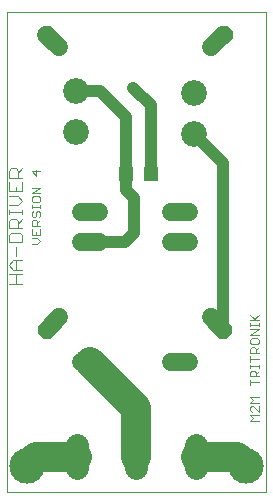
<source format=gtl>
G75*
%MOIN*%
%OFA0B0*%
%FSLAX24Y24*%
%IPPOS*%
%LPD*%
%AMOC8*
5,1,8,0,0,1.08239X$1,22.5*
%
%ADD10C,0.0000*%
%ADD11C,0.0040*%
%ADD12C,0.0030*%
%ADD13R,0.0472X0.0472*%
%ADD14C,0.1181*%
%ADD15C,0.0780*%
%ADD16C,0.0600*%
%ADD17C,0.0594*%
%ADD18C,0.0860*%
%ADD19OC8,0.0600*%
%ADD20C,0.0400*%
%ADD21C,0.0396*%
%ADD22C,0.1000*%
D10*
X002466Y003151D02*
X011128Y003151D01*
X011108Y019151D01*
X002474Y019151D01*
X002466Y003151D01*
D11*
X002537Y010100D02*
X002998Y010100D01*
X002767Y010100D02*
X002767Y010407D01*
X002767Y010561D02*
X002767Y010868D01*
X002691Y010868D02*
X002998Y010868D01*
X002998Y010561D02*
X002691Y010561D01*
X002537Y010714D01*
X002691Y010868D01*
X002767Y011021D02*
X002767Y011328D01*
X002537Y011481D02*
X002537Y011712D01*
X002614Y011788D01*
X002921Y011788D01*
X002998Y011712D01*
X002998Y011481D01*
X002537Y011481D01*
X002537Y011942D02*
X002537Y012172D01*
X002614Y012249D01*
X002767Y012249D01*
X002844Y012172D01*
X002844Y011942D01*
X002844Y012095D02*
X002998Y012249D01*
X002998Y012402D02*
X002998Y012556D01*
X002998Y012479D02*
X002537Y012479D01*
X002537Y012402D02*
X002537Y012556D01*
X002537Y012709D02*
X002844Y012709D01*
X002998Y012863D01*
X002844Y013016D01*
X002537Y013016D01*
X002537Y013170D02*
X002998Y013170D01*
X002998Y013477D01*
X002998Y013630D02*
X002537Y013630D01*
X002537Y013860D01*
X002614Y013937D01*
X002767Y013937D01*
X002844Y013860D01*
X002844Y013630D01*
X002844Y013783D02*
X002998Y013937D01*
X002767Y013323D02*
X002767Y013170D01*
X002537Y013170D02*
X002537Y013477D01*
X002537Y011942D02*
X002998Y011942D01*
X002998Y010407D02*
X002537Y010407D01*
D12*
X003303Y011434D02*
X003496Y011434D01*
X003593Y011531D01*
X003496Y011627D01*
X003303Y011627D01*
X003496Y011627D01*
X003593Y011531D01*
X003496Y011434D01*
X003303Y011434D01*
X003303Y011729D02*
X003593Y011729D01*
X003593Y011922D01*
X003593Y011729D01*
X003303Y011729D01*
X003303Y011922D01*
X003303Y011729D01*
X003448Y011729D02*
X003448Y011825D01*
X003448Y011729D01*
X003496Y012023D02*
X003496Y012168D01*
X003448Y012217D01*
X003351Y012217D01*
X003303Y012168D01*
X003303Y012023D01*
X003593Y012023D01*
X003303Y012023D01*
X003303Y012168D01*
X003351Y012217D01*
X003448Y012217D01*
X003496Y012168D01*
X003496Y012023D01*
X003496Y012120D02*
X003593Y012217D01*
X003496Y012120D01*
X003545Y012318D02*
X003593Y012366D01*
X003593Y012463D01*
X003545Y012511D01*
X003496Y012511D01*
X003448Y012463D01*
X003448Y012366D01*
X003400Y012318D01*
X003351Y012318D01*
X003303Y012366D01*
X003303Y012463D01*
X003351Y012511D01*
X003303Y012463D01*
X003303Y012366D01*
X003351Y012318D01*
X003400Y012318D01*
X003448Y012366D01*
X003448Y012463D01*
X003496Y012511D01*
X003545Y012511D01*
X003593Y012463D01*
X003593Y012366D01*
X003545Y012318D01*
X003593Y012613D02*
X003593Y012709D01*
X003593Y012613D01*
X003593Y012661D02*
X003303Y012661D01*
X003593Y012661D01*
X003545Y012809D02*
X003593Y012857D01*
X003593Y012954D01*
X003545Y013002D01*
X003351Y013002D01*
X003303Y012954D01*
X003303Y012857D01*
X003351Y012809D01*
X003545Y012809D01*
X003593Y012857D01*
X003593Y012954D01*
X003545Y013002D01*
X003351Y013002D01*
X003303Y012954D01*
X003303Y012857D01*
X003351Y012809D01*
X003545Y012809D01*
X003593Y013104D02*
X003303Y013104D01*
X003593Y013297D01*
X003303Y013297D01*
X003593Y013297D01*
X003303Y013104D01*
X003593Y013104D01*
X003303Y012709D02*
X003303Y012613D01*
X003303Y012709D01*
X003448Y013693D02*
X003448Y013886D01*
X003448Y013693D01*
X003303Y013838D01*
X003593Y013838D01*
X003303Y013838D01*
X003448Y013693D01*
X010586Y009061D02*
X010780Y008868D01*
X010732Y008916D02*
X010877Y009061D01*
X010877Y008868D02*
X010586Y008868D01*
X010586Y008768D02*
X010586Y008671D01*
X010586Y008720D02*
X010877Y008720D01*
X010877Y008768D02*
X010877Y008671D01*
X010877Y008570D02*
X010586Y008570D01*
X010586Y008377D02*
X010877Y008570D01*
X010877Y008377D02*
X010586Y008377D01*
X010635Y008276D02*
X010586Y008227D01*
X010586Y008130D01*
X010635Y008082D01*
X010828Y008082D01*
X010877Y008130D01*
X010877Y008227D01*
X010828Y008276D01*
X010635Y008276D01*
X010635Y007981D02*
X010732Y007981D01*
X010780Y007933D01*
X010780Y007787D01*
X010877Y007787D02*
X010586Y007787D01*
X010586Y007933D01*
X010635Y007981D01*
X010780Y007884D02*
X010877Y007981D01*
X010877Y007589D02*
X010586Y007589D01*
X010586Y007493D02*
X010586Y007686D01*
X010586Y007393D02*
X010586Y007296D01*
X010586Y007345D02*
X010877Y007345D01*
X010877Y007393D02*
X010877Y007296D01*
X010877Y007195D02*
X010780Y007098D01*
X010780Y007147D02*
X010780Y007002D01*
X010877Y007002D02*
X010586Y007002D01*
X010586Y007147D01*
X010635Y007195D01*
X010732Y007195D01*
X010780Y007147D01*
X010586Y006900D02*
X010586Y006707D01*
X010586Y006804D02*
X010877Y006804D01*
X010877Y006311D02*
X010586Y006311D01*
X010683Y006214D01*
X010586Y006118D01*
X010877Y006118D01*
X010877Y006017D02*
X010877Y005823D01*
X010683Y006017D01*
X010635Y006017D01*
X010586Y005968D01*
X010586Y005871D01*
X010635Y005823D01*
X010586Y005722D02*
X010877Y005722D01*
X010877Y005528D02*
X010586Y005528D01*
X010683Y005625D01*
X010586Y005722D01*
D13*
X007266Y013754D03*
X006439Y013754D03*
D14*
X003140Y004013D03*
X010455Y004013D03*
D15*
X008767Y003942D02*
X008767Y004722D01*
X006797Y004722D02*
X006797Y003942D01*
X004827Y003942D02*
X004827Y004722D01*
D16*
X004946Y007486D02*
X005546Y007486D01*
X005546Y011486D02*
X004946Y011486D01*
X004946Y012486D02*
X005546Y012486D01*
X007946Y012486D02*
X008546Y012486D01*
X008546Y011486D02*
X007946Y011486D01*
X007946Y007486D02*
X008546Y007486D01*
D17*
X009697Y008555D02*
X009277Y008975D01*
X004223Y008975D02*
X003803Y008555D01*
X004211Y017977D02*
X003791Y018397D01*
X009277Y017977D02*
X009697Y018397D01*
D18*
X008711Y016466D03*
X008711Y015088D03*
X004785Y015147D03*
X004785Y016525D03*
D19*
X003805Y018387D03*
X003805Y008545D03*
X009699Y008561D03*
X009711Y018387D03*
D20*
X008711Y015088D02*
X009697Y014102D01*
X009697Y008555D01*
X007266Y013754D02*
X007266Y016049D01*
X006687Y016628D01*
X006439Y015647D02*
X005581Y016506D01*
X004707Y016506D01*
X004785Y016525D01*
X006439Y015647D02*
X006439Y013754D01*
X006435Y013750D01*
X006435Y013206D01*
X006707Y012935D01*
X006707Y011789D01*
X006403Y011486D01*
X005246Y011486D01*
D21*
X006687Y016628D03*
D22*
X005246Y007486D02*
X006797Y005935D01*
X006797Y004332D01*
X008767Y004332D02*
X010136Y004332D01*
X010455Y004013D01*
X004827Y004332D02*
X003459Y004332D01*
X003140Y004013D01*
M02*

</source>
